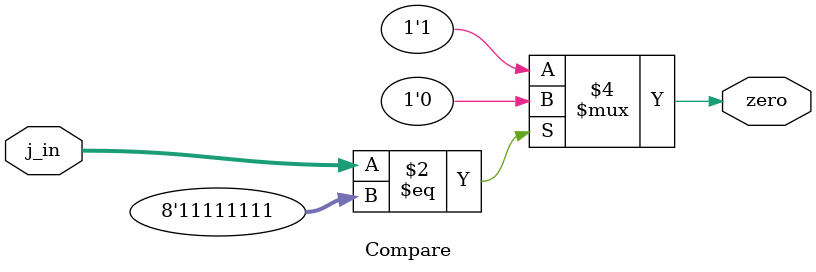
<source format=v>

`timescale 1ns / 1ns

module Compare(j_in, zero);

//-------------Input Ports-----------------------------
input wire [7:0] j_in;
//-------------Output Ports----------------------------
output reg zero; 	

//------------------Instructions-----------------------

always @(j_in)
begin
	if (j_in == 8'b11111111) begin
		zero = 0;
	end else begin
		zero = 1;
	end
end


endmodule

</source>
